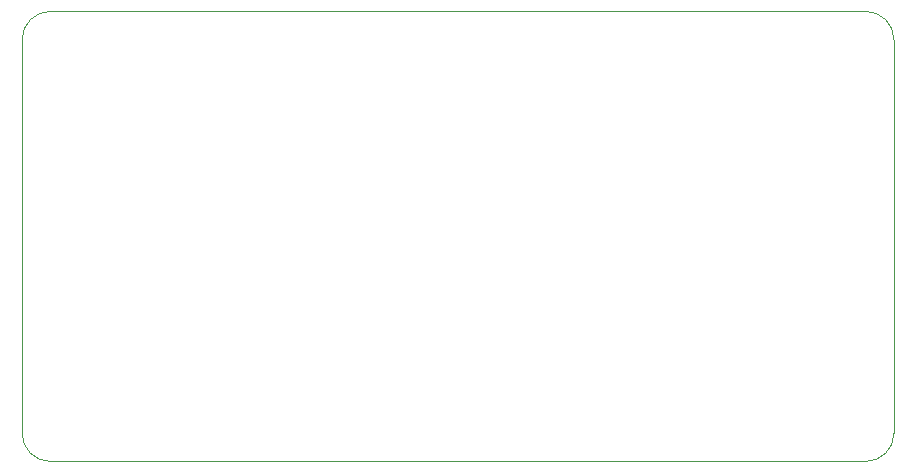
<source format=gm1>
%TF.GenerationSoftware,KiCad,Pcbnew,(5.1.10)-1*%
%TF.CreationDate,2021-12-23T21:02:22-05:00*%
%TF.ProjectId,Keypad,4b657970-6164-42e6-9b69-6361645f7063,rev?*%
%TF.SameCoordinates,Original*%
%TF.FileFunction,Profile,NP*%
%FSLAX46Y46*%
G04 Gerber Fmt 4.6, Leading zero omitted, Abs format (unit mm)*
G04 Created by KiCad (PCBNEW (5.1.10)-1) date 2021-12-23 21:02:22*
%MOMM*%
%LPD*%
G01*
G04 APERTURE LIST*
%TA.AperFunction,Profile*%
%ADD10C,0.050000*%
%TD*%
G04 APERTURE END LIST*
D10*
X53975000Y-61912500D02*
X123031250Y-61912500D01*
X53975000Y-23812500D02*
X123031250Y-23812500D01*
X51593750Y-59531250D02*
X51593750Y-26193750D01*
X51593750Y-26193750D02*
G75*
G02*
X53975000Y-23812500I2381250J0D01*
G01*
X125412500Y-59531250D02*
X125412500Y-26193750D01*
X53975000Y-61912500D02*
G75*
G02*
X51593750Y-59531250I0J2381250D01*
G01*
X125412500Y-59531250D02*
G75*
G02*
X123031250Y-61912500I-2381250J0D01*
G01*
X123031250Y-23812500D02*
G75*
G02*
X125412500Y-26193750I0J-2381250D01*
G01*
M02*

</source>
